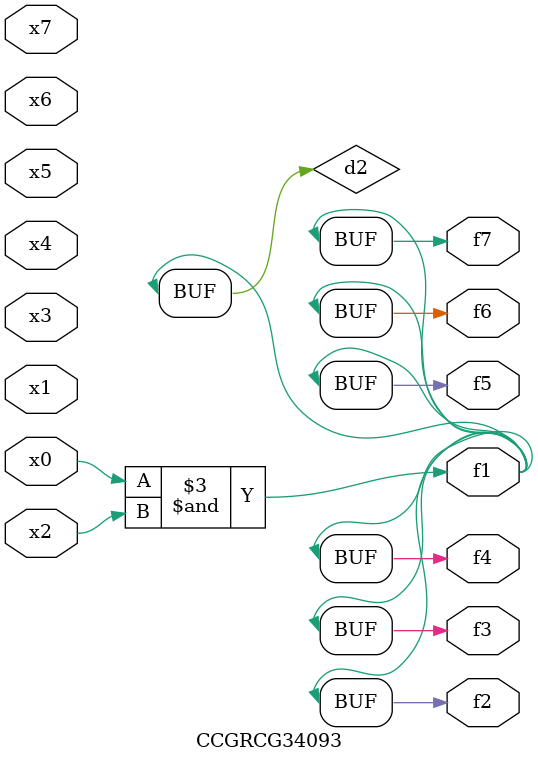
<source format=v>
module CCGRCG34093(
	input x0, x1, x2, x3, x4, x5, x6, x7,
	output f1, f2, f3, f4, f5, f6, f7
);

	wire d1, d2;

	nor (d1, x3, x6);
	and (d2, x0, x2);
	assign f1 = d2;
	assign f2 = d2;
	assign f3 = d2;
	assign f4 = d2;
	assign f5 = d2;
	assign f6 = d2;
	assign f7 = d2;
endmodule

</source>
